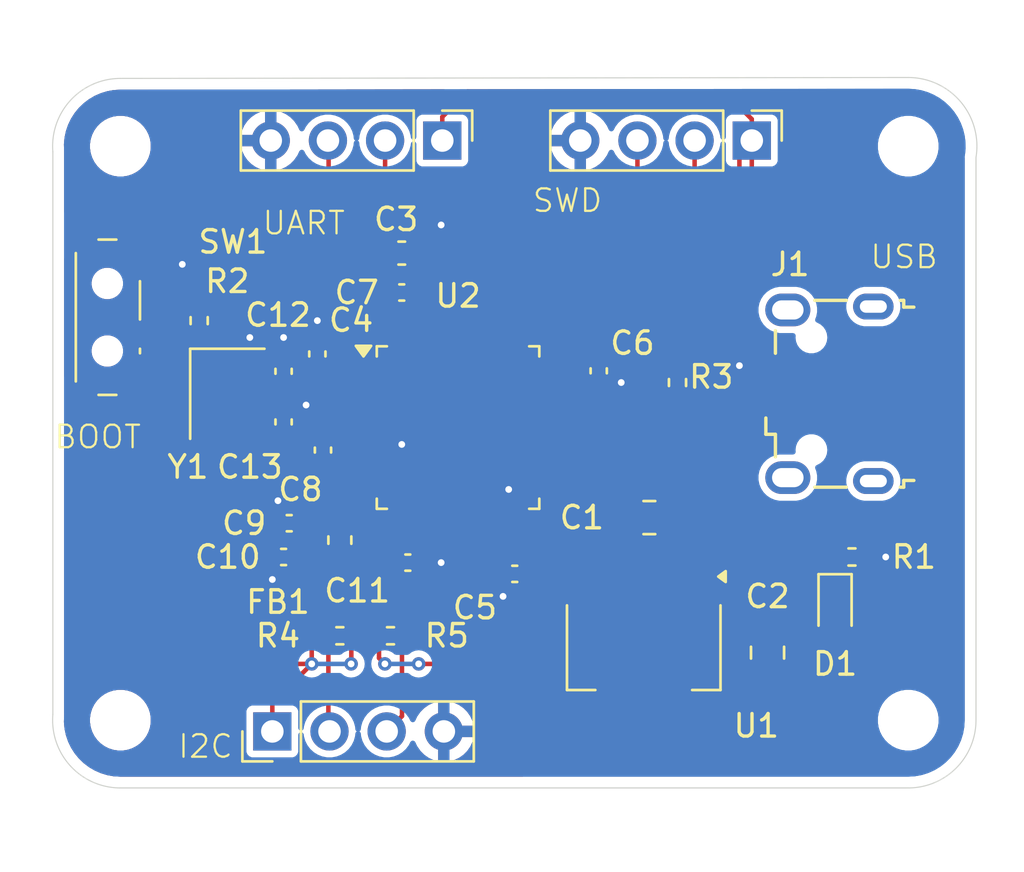
<source format=kicad_pcb>
(kicad_pcb (version 20240108) (generator "pcbnew") (generator_version "8.0")
  (layers (0 "F.Cu" signal) (31 "B.Cu" signal) (34 "B.Paste" user) (35 "F.Paste" user) (36 "B.SilkS" user "B.Silkscreen") (37 "F.SilkS" user "F.Silkscreen") (38 "B.Mask" user) (39 "F.Mask" user) (44 "Edge.Cuts" user))
  (net 0 "")
  (net 1 "GND")
  (net 2 "VBUS")
  (net 3 "+3.3V")
  (net 4 "+3.3VA")
  (net 5 "Net-(U2-NRST)")
  (net 6 "/HSE_IN")
  (net 7 "/HSE_OUT")
  (net 8 "Net-(D1-K)")
  (net 13 "/USB_D-")
  (net 15 "/USB_D+")
  (net 16 "/USART1_RX")
  (net 17 "/USART1_TX")
  (net 18 "/SWCLK")
  (net 19 "/SWDIO")
  (net 20 "/I2C2_SDA")
  (net 21 "/I2C2_SCL")
  (net 22 "Net-(U2-BOOT0)")
  (net 23 "Net-(SW1-B)")
  (footprint "Capacitor_SMD:C_0402_1005Metric" (layer "F.Cu") (at 110.75 83.73 90)
    (property "Reference" "C4" (at 1.5 1.5 0) (layer "F.SilkS"))
    (property "Value" "100n")
    (fp_line (start -0.107836 -0.36) (end 0.107836 -0.36) (stroke (width 0.12)) (layer "F.SilkS"))
    (fp_line (start -0.107836 0.36) (end 0.107836 0.36) (stroke (width 0.12)) (layer "F.SilkS"))
    (pad "1" smd roundrect (at -0.48 0 90) (size 0.56 0.62) (layers "F.Cu" "F.Paste" "F.Mask") (net 3 "+3.3V"))
    (pad "2" smd roundrect (at 0.48 0 90) (size 0.56 0.62) (layers "F.Cu" "F.Paste" "F.Mask") (net 1 "GND"))
  )
  (footprint "Capacitor_SMD:C_0603_1608Metric_Pad1.08x0.95mm_HandSolder" (layer "F.Cu") (at 114.5 79.25)
    (property "Reference" "C3" (at -0.25 -1.5 0) (layer "F.SilkS"))
    (property "Value" "10u")
    (fp_line (start -0.146267 -0.51) (end 0.146267 -0.51) (stroke (width 0.12)) (layer "F.SilkS"))
    (fp_line (start -0.146267 0.51) (end 0.146267 0.51) (stroke (width 0.12)) (layer "F.SilkS"))
    (pad "1" smd roundrect (at -0.8625 0) (size 1.075 0.95) (layers "F.Cu" "F.Paste" "F.Mask") (net 3 "+3.3V"))
    (pad "2" smd roundrect (at 0.8625 0) (size 1.075 0.95) (layers "F.Cu" "F.Paste" "F.Mask") (net 1 "GND"))
  )
  (footprint "Capacitor_SMD:C_0805_2012Metric" (layer "F.Cu") (at 125.5 91)
    (property "Reference" "C1" (at -3 0 0) (layer "F.SilkS"))
    (property "Value" "22u")
    (fp_line (start -0.261252 -0.735) (end 0.261252 -0.735) (stroke (width 0.12)) (layer "F.SilkS"))
    (fp_line (start -0.261252 0.735) (end 0.261252 0.735) (stroke (width 0.12)) (layer "F.SilkS"))
    (pad "1" smd roundrect (at -0.95 0) (size 1 1.45) (layers "F.Cu" "F.Paste" "F.Mask") (net 2 "VBUS"))
    (pad "2" smd roundrect (at 0.95 0) (size 1 1.45) (layers "F.Cu" "F.Paste" "F.Mask") (net 1 "GND"))
  )
  (footprint "Capacitor_SMD:C_0805_2012Metric" (layer "F.Cu") (at 130.75 97 90)
    (property "Reference" "C2" (at 2.5 0 0) (layer "F.SilkS"))
    (property "Value" "22u")
    (fp_line (start -0.261252 -0.735) (end 0.261252 -0.735) (stroke (width 0.12)) (layer "F.SilkS"))
    (fp_line (start -0.261252 0.735) (end 0.261252 0.735) (stroke (width 0.12)) (layer "F.SilkS"))
    (pad "1" smd roundrect (at -0.95 0 90) (size 1 1.45) (layers "F.Cu" "F.Paste" "F.Mask") (net 3 "+3.3V"))
    (pad "2" smd roundrect (at 0.95 0 90) (size 1 1.45) (layers "F.Cu" "F.Paste" "F.Mask") (net 1 "GND"))
  )
  (footprint "LED_SMD:LED_0603_1608Metric" (layer "F.Cu") (at 133.75 95 -90)
    (property "Reference" "D1" (at 2.5 0 0) (layer "F.SilkS"))
    (property "Value" "RED_LED")
    (fp_line (start -1.485 0.735) (end 0.8 0.735) (stroke (width 0.12)) (layer "F.SilkS"))
    (fp_line (start -1.485 -0.735) (end -1.485 0.735) (stroke (width 0.12)) (layer "F.SilkS"))
    (fp_line (start 0.8 -0.735) (end -1.485 -0.735) (stroke (width 0.12)) (layer "F.SilkS"))
    (pad "1" smd roundrect (at -0.7875 0 270) (size 0.875 0.95) (layers "F.Cu" "F.Paste" "F.Mask") (net 8 "Net-(D1-K)"))
    (pad "2" smd roundrect (at 0.7875 0 270) (size 0.875 0.95) (layers "F.Cu" "F.Paste" "F.Mask") (net 3 "+3.3V"))
  )
  (footprint "Capacitor_SMD:C_0402_1005Metric" (layer "F.Cu") (at 123.25 84.48 -90)
    (property "Reference" "C6" (at -1.23 -1.5 0) (layer "F.SilkS"))
    (property "Value" "100n")
    (fp_line (start -0.107836 0.36) (end 0.107836 0.36) (stroke (width 0.12)) (layer "F.SilkS"))
    (fp_line (start -0.107836 -0.36) (end 0.107836 -0.36) (stroke (width 0.12)) (layer "F.SilkS"))
    (pad "1" smd roundrect (at -0.48 0 270) (size 0.56 0.62) (layers "F.Cu" "F.Paste" "F.Mask") (net 3 "+3.3V"))
    (pad "2" smd roundrect (at 0.48 0 270) (size 0.56 0.62) (layers "F.Cu" "F.Paste" "F.Mask") (net 1 "GND"))
  )
  (footprint "Package_TO_SOT_SMD:SOT-223-3_TabPin2" (layer "F.Cu") (at 125.25 96.75 -90)
    (property "Reference" "U1" (at 3.5 -5 0) (layer "F.SilkS"))
    (property "Value" "AMS1117-3.3")
    (fp_line (start -1.85 3.41) (end 1.91 3.41) (stroke (width 0.12)) (layer "F.SilkS"))
    (fp_line (start 1.91 3.41) (end 1.91 2.15) (stroke (width 0.12)) (layer "F.SilkS"))
    (fp_line (start -1.85 -3.41) (end 1.91 -3.41) (stroke (width 0.12)) (layer "F.SilkS"))
    (fp_line (start 1.91 -3.41) (end 1.91 -2.15) (stroke (width 0.12)) (layer "F.SilkS"))
    (fp_poly (pts (xy -3.13 -3.31) (xy -3.37 -3.64) (xy -2.89 -3.64) (xy -3.13 -3.31)) (stroke (width 0.12)) (fill solid) (layer "F.SilkS"))
    (pad "1" smd roundrect (at -3.15 -2.3 270) (size 2 1.5) (layers "F.Cu" "F.Paste" "F.Mask") (net 1 "GND"))
    (pad "2" smd roundrect (at -3.15 0 270) (size 2 1.5) (layers "F.Cu" "F.Paste" "F.Mask") (net 3 "+3.3V"))
    (pad "2" smd roundrect (at 3.15 0 270) (size 2 3.8) (layers "F.Cu" "F.Paste" "F.Mask") (net 3 "+3.3V"))
    (pad "3" smd roundrect (at -3.15 2.3 270) (size 2 1.5) (layers "F.Cu" "F.Paste" "F.Mask") (net 2 "VBUS"))
  )
  (footprint "Package_QFP:LQFP-48_7x7mm_P0.5mm" (layer "F.Cu") (at 117 87)
    (property "Reference" "U2" (at 0 -5.85 0) (layer "F.SilkS"))
    (property "Value" "STM32F103C8T6")
    (fp_line (start -3.61 -3.61) (end -3.61 -3.16) (stroke (width 0.12)) (layer "F.SilkS"))
    (fp_line (start -3.61 3.61) (end -3.61 3.16) (stroke (width 0.12)) (layer "F.SilkS"))
    (fp_line (start -3.16 -3.61) (end -3.61 -3.61) (stroke (width 0.12)) (layer "F.SilkS"))
    (fp_line (start -3.16 3.61) (end -3.61 3.61) (stroke (width 0.12)) (layer "F.SilkS"))
    (fp_line (start 3.16 -3.61) (end 3.61 -3.61) (stroke (width 0.12)) (layer "F.SilkS"))
    (fp_line (start 3.16 3.61) (end 3.61 3.61) (stroke (width 0.12)) (layer "F.SilkS"))
    (fp_line (start 3.61 -3.61) (end 3.61 -3.16) (stroke (width 0.12)) (layer "F.SilkS"))
    (fp_line (start 3.61 3.61) (end 3.61 3.16) (stroke (width 0.12)) (layer "F.SilkS"))
    (fp_poly (pts (xy -4.2 -3.16) (xy -4.54 -3.63) (xy -3.86 -3.63) (xy -4.2 -3.16)) (stroke (width 0.12)) (fill solid) (layer "F.SilkS"))
    (pad "1" smd roundrect (at -4.1625 -2.75) (size 1.475 0.3) (layers "F.Cu" "F.Paste" "F.Mask") (net 3 "+3.3V"))
    (pad "2" smd roundrect (at -4.1625 -2.25) (size 1.475 0.3) (layers "F.Cu" "F.Paste" "F.Mask"))
    (pad "3" smd roundrect (at -4.1625 -1.75) (size 1.475 0.3) (layers "F.Cu" "F.Paste" "F.Mask"))
    (pad "4" smd roundrect (at -4.1625 -1.25) (size 1.475 0.3) (layers "F.Cu" "F.Paste" "F.Mask"))
    (pad "5" smd roundrect (at -4.1625 -0.75) (size 1.475 0.3) (layers "F.Cu" "F.Paste" "F.Mask") (net 6 "/HSE_IN"))
    (pad "6" smd roundrect (at -4.1625 -0.25) (size 1.475 0.3) (layers "F.Cu" "F.Paste" "F.Mask") (net 7 "/HSE_OUT"))
    (pad "7" smd roundrect (at -4.1625 0.25) (size 1.475 0.3) (layers "F.Cu" "F.Paste" "F.Mask") (net 5 "Net-(U2-NRST)"))
    (pad "8" smd roundrect (at -4.1625 0.75) (size 1.475 0.3) (layers "F.Cu" "F.Paste" "F.Mask") (net 1 "GND"))
    (pad "9" smd roundrect (at -4.1625 1.25) (size 1.475 0.3) (layers "F.Cu" "F.Paste" "F.Mask") (net 4 "+3.3VA"))
    (pad "10" smd roundrect (at -4.1625 1.75) (size 1.475 0.3) (layers "F.Cu" "F.Paste" "F.Mask"))
    (pad "11" smd roundrect (at -4.1625 2.25) (size 1.475 0.3) (layers "F.Cu" "F.Paste" "F.Mask"))
    (pad "12" smd roundrect (at -4.1625 2.75) (size 1.475 0.3) (layers "F.Cu" "F.Paste" "F.Mask"))
    (pad "13" smd roundrect (at -2.75 4.1625) (size 0.3 1.475) (layers "F.Cu" "F.Paste" "F.Mask"))
    (pad "14" smd roundrect (at -2.25 4.1625) (size 0.3 1.475) (layers "F.Cu" "F.Paste" "F.Mask"))
    (pad "15" smd roundrect (at -1.75 4.1625) (size 0.3 1.475) (layers "F.Cu" "F.Paste" "F.Mask"))
    (pad "16" smd roundrect (at -1.25 4.1625) (size 0.3 1.475) (layers "F.Cu" "F.Paste" "F.Mask"))
    (pad "17" smd roundrect (at -0.75 4.1625) (size 0.3 1.475) (layers "F.Cu" "F.Paste" "F.Mask"))
    (pad "18" smd roundrect (at -0.25 4.1625) (size 0.3 1.475) (layers "F.Cu" "F.Paste" "F.Mask"))
    (pad "19" smd roundrect (at 0.25 4.1625) (size 0.3 1.475) (layers "F.Cu" "F.Paste" "F.Mask"))
    (pad "20" smd roundrect (at 0.75 4.1625) (size 0.3 1.475) (layers "F.Cu" "F.Paste" "F.Mask"))
    (pad "21" smd roundrect (at 1.25 4.1625) (size 0.3 1.475) (layers "F.Cu" "F.Paste" "F.Mask") (net 21 "/I2C2_SCL"))
    (pad "22" smd roundrect (at 1.75 4.1625) (size 0.3 1.475) (layers "F.Cu" "F.Paste" "F.Mask") (net 20 "/I2C2_SDA"))
    (pad "23" smd roundrect (at 2.25 4.1625) (size 0.3 1.475) (layers "F.Cu" "F.Paste" "F.Mask") (net 1 "GND"))
    (pad "24" smd roundrect (at 2.75 4.1625) (size 0.3 1.475) (layers "F.Cu" "F.Paste" "F.Mask") (net 3 "+3.3V"))
    (pad "25" smd roundrect (at 4.1625 2.75) (size 1.475 0.3) (layers "F.Cu" "F.Paste" "F.Mask"))
    (pad "26" smd roundrect (at 4.1625 2.25) (size 1.475 0.3) (layers "F.Cu" "F.Paste" "F.Mask"))
    (pad "27" smd roundrect (at 4.1625 1.75) (size 1.475 0.3) (layers "F.Cu" "F.Paste" "F.Mask"))
    (pad "28" smd roundrect (at 4.1625 1.25) (size 1.475 0.3) (layers "F.Cu" "F.Paste" "F.Mask"))
    (pad "29" smd roundrect (at 4.1625 0.75) (size 1.475 0.3) (layers "F.Cu" "F.Paste" "F.Mask"))
    (pad "30" smd roundrect (at 4.1625 0.25) (size 1.475 0.3) (layers "F.Cu" "F.Paste" "F.Mask"))
    (pad "31" smd roundrect (at 4.1625 -0.25) (size 1.475 0.3) (layers "F.Cu" "F.Paste" "F.Mask"))
    (pad "32" smd roundrect (at 4.1625 -0.75) (size 1.475 0.3) (layers "F.Cu" "F.Paste" "F.Mask") (net 13 "/USB_D-"))
    (pad "33" smd roundrect (at 4.1625 -1.25) (size 1.475 0.3) (layers "F.Cu" "F.Paste" "F.Mask") (net 15 "/USB_D+"))
    (pad "34" smd roundrect (at 4.1625 -1.75) (size 1.475 0.3) (layers "F.Cu" "F.Paste" "F.Mask") (net 19 "/SWDIO"))
    (pad "35" smd roundrect (at 4.1625 -2.25) (size 1.475 0.3) (layers "F.Cu" "F.Paste" "F.Mask") (net 1 "GND"))
    (pad "36" smd roundrect (at 4.1625 -2.75) (size 1.475 0.3) (layers "F.Cu" "F.Paste" "F.Mask") (net 3 "+3.3V"))
    (pad "37" smd roundrect (at 2.75 -4.1625) (size 0.3 1.475) (layers "F.Cu" "F.Paste" "F.Mask") (net 18 "/SWCLK"))
    (pad "38" smd roundrect (at 2.25 -4.1625) (size 0.3 1.475) (layers "F.Cu" "F.Paste" "F.Mask"))
    (pad "39" smd roundrect (at 1.75 -4.1625) (size 0.3 1.475) (layers "F.Cu" "F.Paste" "F.Mask"))
    (pad "40" smd roundrect (at 1.25 -4.1625) (size 0.3 1.475) (layers "F.Cu" "F.Paste" "F.Mask"))
    (pad "41" smd roundrect (at 0.75 -4.1625) (size 0.3 1.475) (layers "F.Cu" "F.Paste" "F.Mask"))
    (pad "42" smd roundrect (at 0.25 -4.1625) (size 0.3 1.475) (layers "F.Cu" "F.Paste" "F.Mask") (net 17 "/USART1_TX"))
    (pad "43" smd roundrect (at -0.25 -4.1625) (size 0.3 1.475) (layers "F.Cu" "F.Paste" "F.Mask") (net 16 "/USART1_RX"))
    (pad "44" smd roundrect (at -0.75 -4.1625) (size 0.3 1.475) (layers "F.Cu" "F.Paste" "F.Mask") (net 22 "Net-(U2-BOOT0)"))
    (pad "45" smd roundrect (at -1.25 -4.1625) (size 0.3 1.475) (layers "F.Cu" "F.Paste" "F.Mask"))
    (pad "46" smd roundrect (at -1.75 -4.1625) (size 0.3 1.475) (layers "F.Cu" "F.Paste" "F.Mask"))
    (pad "47" smd roundrect (at -2.25 -4.1625) (size 0.3 1.475) (layers "F.Cu" "F.Paste" "F.Mask") (net 1 "GND"))
    (pad "48" smd roundrect (at -2.75 -4.1625) (size 0.3 1.475) (layers "F.Cu" "F.Paste" "F.Mask") (net 3 "+3.3V"))
  )
  (footprint "Capacitor_SMD:C_0402_1005Metric" (layer "F.Cu") (at 109.5 91.25 180)
    (property "Reference" "C9" (at 2 0 0) (layer "F.SilkS"))
    (property "Value" "1u")
    (fp_line (start -0.107836 0.36) (end 0.107836 0.36) (stroke (width 0.12)) (layer "F.SilkS"))
    (fp_line (start -0.107836 -0.36) (end 0.107836 -0.36) (stroke (width 0.12)) (layer "F.SilkS"))
    (pad "1" smd roundrect (at -0.48 0 180) (size 0.56 0.62) (layers "F.Cu" "F.Paste" "F.Mask") (net 4 "+3.3VA"))
    (pad "2" smd roundrect (at 0.48 0 180) (size 0.56 0.62) (layers "F.Cu" "F.Paste" "F.Mask") (net 1 "GND"))
  )
  (footprint "Capacitor_SMD:C_0402_1005Metric" (layer "F.Cu") (at 114.77 93)
    (property "Reference" "C11" (at -2.25 1.25 0) (layer "F.SilkS"))
    (property "Value" "100n")
    (fp_line (start -0.107836 -0.36) (end 0.107836 -0.36) (stroke (width 0.12)) (layer "F.SilkS"))
    (fp_line (start -0.107836 0.36) (end 0.107836 0.36) (stroke (width 0.12)) (layer "F.SilkS"))
    (pad "1" smd roundrect (at -0.48 0) (size 0.56 0.62) (layers "F.Cu" "F.Paste" "F.Mask") (net 5 "Net-(U2-NRST)"))
    (pad "2" smd roundrect (at 0.48 0) (size 0.56 0.62) (layers "F.Cu" "F.Paste" "F.Mask") (net 1 "GND"))
  )
  (footprint "MountingHole:MountingHole_2.2mm_M2" (layer "F.Cu") (at 137 74.5)
    (property "Reference" "H3")
    (property "Value" "MountingHole")
    (pad "" np_thru_hole circle (at 0 0) (size 2.2 2.2) (drill 2.2) (layers "F&B.Cu" "*.Mask"))
  )
  (footprint "Resistor_SMD:R_0402_1005Metric" (layer "F.Cu") (at 126.75 85 -90)
    (property "Reference" "R3" (at -0.25 -1.5 0) (layer "F.SilkS"))
    (property "Value" "1K5")
    (fp_line (start -0.153641 0.38) (end 0.153641 0.38) (stroke (width 0.12)) (layer "F.SilkS"))
    (fp_line (start -0.153641 -0.38) (end 0.153641 -0.38) (stroke (width 0.12)) (layer "F.SilkS"))
    (pad "1" smd roundrect (at -0.51 0 270) (size 0.54 0.64) (layers "F.Cu" "F.Paste" "F.Mask") (net 3 "+3.3V"))
    (pad "2" smd roundrect (at 0.51 0 270) (size 0.54 0.64) (layers "F.Cu" "F.Paste" "F.Mask") (net 15 "/USB_D+"))
  )
  (footprint "Capacitor_SMD:C_0402_1005Metric" (layer "F.Cu") (at 114.5 81)
    (property "Reference" "C7" (at -2 0 0) (layer "F.SilkS"))
    (property "Value" "100n")
    (fp_line (start -0.107836 -0.36) (end 0.107836 -0.36) (stroke (width 0.12)) (layer "F.SilkS"))
    (fp_line (start -0.107836 0.36) (end 0.107836 0.36) (stroke (width 0.12)) (layer "F.SilkS"))
    (pad "1" smd roundrect (at -0.48 0) (size 0.56 0.62) (layers "F.Cu" "F.Paste" "F.Mask") (net 3 "+3.3V"))
    (pad "2" smd roundrect (at 0.48 0) (size 0.56 0.62) (layers "F.Cu" "F.Paste" "F.Mask") (net 1 "GND"))
  )
  (footprint "Capacitor_SMD:C_0402_1005Metric" (layer "F.Cu") (at 111 88 90)
    (property "Reference" "C8" (at -1.75 -1 0) (layer "F.SilkS"))
    (property "Value" "10u")
    (fp_line (start -0.107836 -0.36) (end 0.107836 -0.36) (stroke (width 0.12)) (layer "F.SilkS"))
    (fp_line (start -0.107836 0.36) (end 0.107836 0.36) (stroke (width 0.12)) (layer "F.SilkS"))
    (pad "1" smd roundrect (at -0.48 0 90) (size 0.56 0.62) (layers "F.Cu" "F.Paste" "F.Mask") (net 4 "+3.3VA"))
    (pad "2" smd roundrect (at 0.48 0 90) (size 0.56 0.62) (layers "F.Cu" "F.Paste" "F.Mask") (net 1 "GND"))
  )
  (footprint "Button_Switch_SMD:SW_SPDT_PCM12" (layer "F.Cu") (at 101.75 82.1 -90)
    (property "Reference" "SW1" (at -3.35 -5.25 0) (layer "F.SilkS"))
    (property "Value" "SW_SPDT")
    (fp_line (start -2.85 1.73) (end 2.85 1.73) (stroke (width 0.12)) (layer "F.SilkS"))
    (fp_line (start 3.45 0.72) (end 3.45 -0.07) (stroke (width 0.12)) (layer "F.SilkS"))
    (fp_line (start -3.45 -0.07) (end -3.45 0.72) (stroke (width 0.12)) (layer "F.SilkS"))
    (fp_line (start -1.6 -1.12) (end 0.1 -1.12) (stroke (width 0.12)) (layer "F.SilkS"))
    (fp_line (start 1.4 -1.12) (end 1.6 -1.12) (stroke (width 0.12)) (layer "F.SilkS"))
    (pad "" smd rect (at -3.65 -0.78 270) (size 1 0.8) (layers "F.Cu" "F.Paste" "F.Mask"))
    (pad "" smd rect (at -3.65 1.43 270) (size 1 0.8) (layers "F.Cu" "F.Paste" "F.Mask"))
    (pad "" np_thru_hole circle (at -1.5 0.33 270) (size 0.9 0.9) (drill 0.9) (layers "F&B.Cu" "*.Mask"))
    (pad "" np_thru_hole circle (at 1.5 0.33 270) (size 0.9 0.9) (drill 0.9) (layers "F&B.Cu" "*.Mask"))
    (pad "" smd rect (at 3.65 -0.78 270) (size 1 0.8) (layers "F.Cu" "F.Paste" "F.Mask"))
    (pad "" smd rect (at 3.65 1.43 270) (size 1 0.8) (layers "F.Cu" "F.Paste" "F.Mask"))
    (pad "1" smd rect (at -2.25 -1.43 270) (size 0.7 1.5) (layers "F.Cu" "F.Paste" "F.Mask") (net 1 "GND"))
    (pad "2" smd rect (at 0.75 -1.43 270) (size 0.7 1.5) (layers "F.Cu" "F.Paste" "F.Mask") (net 23 "Net-(SW1-B)"))
    (pad "3" smd rect (at 2.25 -1.43 270) (size 0.7 1.5) (layers "F.Cu" "F.Paste" "F.Mask") (net 3 "+3.3V"))
  )
  (footprint "Capacitor_SMD:C_0402_1005Metric" (layer "F.Cu") (at 119.52 93.5 180)
    (property "Reference" "C5" (at 1.77 -1.5 0) (layer "F.SilkS"))
    (property "Value" "100n")
    (fp_line (start -0.107836 0.36) (end 0.107836 0.36) (stroke (width 0.12)) (layer "F.SilkS"))
    (fp_line (start -0.107836 -0.36) (end 0.107836 -0.36) (stroke (width 0.12)) (layer "F.SilkS"))
    (pad "1" smd roundrect (at -0.48 0 180) (size 0.56 0.62) (layers "F.Cu" "F.Paste" "F.Mask") (net 3 "+3.3V"))
    (pad "2" smd roundrect (at 0.48 0 180) (size 0.56 0.62) (layers "F.Cu" "F.Paste" "F.Mask") (net 1 "GND"))
  )
  (footprint "Connector_PinHeader_2.54mm:PinHeader_1x04_P2.54mm_Vertical" (layer "F.Cu") (at 130.05 74.25 -90)
    (property "Reference" "J3")
    (property "Value" "Conn_01x04_Pin")
    (fp_line (start -1.33 8.95) (end 1.33 8.95) (stroke (width 0.12)) (layer "F.SilkS"))
    (fp_line (start -1.33 1.27) (end -1.33 8.95) (stroke (width 0.12)) (layer "F.SilkS"))
    (fp_line (start -1.33 1.27) (end 1.33 1.27) (stroke (width 0.12)) (layer "F.SilkS"))
    (fp_line (start 1.33 1.27) (end 1.33 8.95) (stroke (width 0.12)) (layer "F.SilkS"))
    (fp_line (start -1.33 0) (end -1.33 -1.33) (stroke (width 0.12)) (layer "F.SilkS"))
    (fp_line (start -1.33 -1.33) (end 0 -1.33) (stroke (width 0.12)) (layer "F.SilkS"))
    (pad "1" thru_hole rect (at 0 0 270) (size 1.7 1.7) (drill 1) (layers "*.Cu" "*.Mask") (net 3 "+3.3V"))
    (pad "2" thru_hole oval (at 0 2.54 270) (size 1.7 1.7) (drill 1) (layers "*.Cu" "*.Mask") (net 19 "/SWDIO"))
    (pad "3" thru_hole oval (at 0 5.08 270) (size 1.7 1.7) (drill 1) (layers "*.Cu" "*.Mask") (net 18 "/SWCLK"))
    (pad "4" thru_hole oval (at 0 7.62 270) (size 1.7 1.7) (drill 1) (layers "*.Cu" "*.Mask") (net 1 "GND"))
  )
  (footprint "Capacitor_SMD:C_0402_1005Metric" (layer "F.Cu") (at 109.25 84.5 90)
    (property "Reference" "C12" (at 2.5 -0.25 0) (layer "F.SilkS"))
    (property "Value" "10p")
    (fp_line (start -0.107836 -0.36) (end 0.107836 -0.36) (stroke (width 0.12)) (layer "F.SilkS"))
    (fp_line (start -0.107836 0.36) (end 0.107836 0.36) (stroke (width 0.12)) (layer "F.SilkS"))
    (pad "1" smd roundrect (at -0.48 0 90) (size 0.56 0.62) (layers "F.Cu" "F.Paste" "F.Mask") (net 6 "/HSE_IN"))
    (pad "2" smd roundrect (at 0.48 0 90) (size 0.56 0.62) (layers "F.Cu" "F.Paste" "F.Mask") (net 1 "GND"))
  )
  (footprint "Capacitor_SMD:C_0402_1005Metric" (layer "F.Cu") (at 109.25 86.75 90)
    (property "Reference" "C13" (at -2 -1.5 0) (layer "F.SilkS"))
    (property "Value" "10p")
    (fp_line (start -0.107836 -0.36) (end 0.107836 -0.36) (stroke (width 0.12)) (layer "F.SilkS"))
    (fp_line (start -0.107836 0.36) (end 0.107836 0.36) (stroke (width 0.12)) (layer "F.SilkS"))
    (pad "1" smd roundrect (at -0.48 0 90) (size 0.56 0.62) (layers "F.Cu" "F.Paste" "F.Mask") (net 7 "/HSE_OUT"))
    (pad "2" smd roundrect (at 0.48 0 90) (size 0.56 0.62) (layers "F.Cu" "F.Paste" "F.Mask") (net 1 "GND"))
  )
  (footprint "Resistor_SMD:R_0402_1005Metric" (layer "F.Cu") (at 134.5 92.75)
    (property "Reference" "R1" (at 2.75 0 0) (layer "F.SilkS"))
    (property "Value" "1K5")
    (fp_line (start -0.153641 -0.38) (end 0.153641 -0.38) (stroke (width 0.12)) (layer "F.SilkS"))
    (fp_line (start -0.153641 0.38) (end 0.153641 0.38) (stroke (width 0.12)) (layer "F.SilkS"))
    (pad "1" smd roundrect (at -0.51 0) (size 0.54 0.64) (layers "F.Cu" "F.Paste" "F.Mask") (net 8 "Net-(D1-K)"))
    (pad "2" smd roundrect (at 0.51 0) (size 0.54 0.64) (layers "F.Cu" "F.Paste" "F.Mask") (net 1 "GND"))
  )
  (footprint "Resistor_SMD:R_0402_1005Metric" (layer "F.Cu") (at 111.75 96.25 180)
    (property "Reference" "R4" (at 2.75 0 0) (layer "F.SilkS"))
    (property "Value" "1K5")
    (fp_line (start -0.153641 0.38) (end 0.153641 0.38) (stroke (width 0.12)) (layer "F.SilkS"))
    (fp_line (start -0.153641 -0.38) (end 0.153641 -0.38) (stroke (width 0.12)) (layer "F.SilkS"))
    (pad "1" smd roundrect (at -0.51 0 180) (size 0.54 0.64) (layers "F.Cu" "F.Paste" "F.Mask") (net 3 "+3.3V"))
    (pad "2" smd roundrect (at 0.51 0 180) (size 0.54 0.64) (layers "F.Cu" "F.Paste" "F.Mask") (net 21 "/I2C2_SCL"))
  )
  (footprint "Resistor_SMD:R_0402_1005Metric" (layer "F.Cu") (at 105.5 82.25 90)
    (property "Reference" "R2" (at 1.75 1.25 0) (layer "F.SilkS"))
    (property "Value" "10K")
    (fp_line (start -0.153641 -0.38) (end 0.153641 -0.38) (stroke (width 0.12)) (layer "F.SilkS"))
    (fp_line (start -0.153641 0.38) (end 0.153641 0.38) (stroke (width 0.12)) (layer "F.SilkS"))
    (pad "1" smd roundrect (at -0.51 0 90) (size 0.54 0.64) (layers "F.Cu" "F.Paste" "F.Mask") (net 23 "Net-(SW1-B)"))
    (pad "2" smd roundrect (at 0.51 0 90) (size 0.54 0.64) (layers "F.Cu" "F.Paste" "F.Mask") (net 22 "Net-(U2-BOOT0)"))
  )
  (footprint "MountingHole:MountingHole_2.2mm_M2" (layer "F.Cu") (at 102 74.5)
    (property "Reference" "H4")
    (property "Value" "MountingHole")
    (pad "" np_thru_hole circle (at 0 0) (size 2.2 2.2) (drill 2.2) (layers "*.Cu" "*.Mask"))
  )
  (footprint "Inductor_SMD:L_0603_1608Metric" (layer "F.Cu") (at 111.75 92 -90)
    (property "Reference" "FB1" (at 2.75 2.75 0) (layer "F.SilkS"))
    (property "Value" "120R")
    (fp_line (start -0.162779 0.51) (end 0.162779 0.51) (stroke (width 0.12)) (layer "F.SilkS"))
    (fp_line (start -0.162779 -0.51) (end 0.162779 -0.51) (stroke (width 0.12)) (layer "F.SilkS"))
    (pad "1" smd roundrect (at -0.7875 0 270) (size 0.875 0.95) (layers "F.Cu" "F.Paste" "F.Mask") (net 4 "+3.3VA"))
    (pad "2" smd roundrect (at 0.7875 0 270) (size 0.875 0.95) (layers "F.Cu" "F.Paste" "F.Mask") (net 3 "+3.3V"))
  )
  (footprint "Resistor_SMD:R_0402_1005Metric" (layer "F.Cu") (at 114 96.25)
    (property "Reference" "R5" (at 2.5 0 0) (layer "F.SilkS"))
    (property "Value" "1K5")
    (fp_line (start -0.153641 -0.38) (end 0.153641 -0.38) (stroke (width 0.12)) (layer "F.SilkS"))
    (fp_line (start -0.153641 0.38) (end 0.153641 0.38) (stroke (width 0.12)) (layer "F.SilkS"))
    (pad "1" smd roundrect (at -0.51 0) (size 0.54 0.64) (layers "F.Cu" "F.Paste" "F.Mask") (net 3 "+3.3V"))
    (pad "2" smd roundrect (at 0.51 0) (size 0.54 0.64) (layers "F.Cu" "F.Paste" "F.Mask") (net 20 "/I2C2_SDA"))
  )
  (footprint "Crystal:Crystal_SMD_3225-4Pin_3.2x2.5mm" (layer "F.Cu") (at 106.75 85.5 -90)
    (property "Reference" "Y1" (at 3.25 1.75 0) (layer "F.SilkS"))
    (property "Value" "16MHz")
    (fp_line (start -2 1.65) (end 2 1.65) (stroke (width 0.12)) (layer "F.SilkS"))
    (fp_line (start -2 -1.65) (end -2 1.65) (stroke (width 0.12)) (layer "F.SilkS"))
    (pad "1" smd rect (at -1.1 0.85 270) (size 1.4 1.2) (layers "F.Cu" "F.Paste" "F.Mask") (net 6 "/HSE_IN"))
    (pad "2" smd rect (at 1.1 0.85 270) (size 1.4 1.2) (layers "F.Cu" "F.Paste" "F.Mask") (net 1 "GND"))
    (pad "3" smd rect (at 1.1 -0.85 270) (size 1.4 1.2) (layers "F.Cu" "F.Paste" "F.Mask") (net 7 "/HSE_OUT"))
    (pad "4" smd rect (at -1.1 -0.85 270) (size 1.4 1.2) (layers "F.Cu" "F.Paste" "F.Mask") (net 1 "GND"))
  )
  (footprint "MountingHole:MountingHole_2.2mm_M2" (layer "F.Cu") (at 102 100)
    (property "Reference" "H1")
    (property "Value" "MountingHole")
    (pad "" np_thru_hole circle (at 0 0) (size 2.2 2.2) (drill 2.2) (layers "*.Cu" "*.Mask"))
  )
  (footprint "Connector_USB:USB_Micro-B_Wuerth_629105150521" (layer "F.Cu") (at 133.5 85.5 90)
    (property "Reference" "J1" (at 5.75 -1.75 0) (layer "F.SilkS"))
    (property "Value" "USB_B_Micro")
    (fp_line (start -1.075 -2.825) (end -1.8 -2.825) (stroke (width 0.15)) (layer "F.SilkS"))
    (fp_line (start -1.8 -2.825) (end -1.8 -2.4) (stroke (width 0.15)) (layer "F.SilkS"))
    (fp_line (start 1.8 -2.4) (end 2.8 -2.4) (stroke (width 0.15)) (layer "F.SilkS"))
    (fp_line (start -1.8 -2.4) (end -2.8 -2.4) (stroke (width 0.15)) (layer "F.SilkS"))
    (fp_line (start -4.15 -0.65) (end -4.15 0.75) (stroke (width 0.15)) (layer "F.SilkS"))
    (fp_line (start 4.15 0.75) (end 4.15 -0.65) (stroke (width 0.15)) (layer "F.SilkS"))
    (fp_line (start -4.15 3.15) (end -4.15 3.3) (stroke (width 0.15)) (layer "F.SilkS"))
    (fp_line (start 4.15 3.3) (end 4.15 3.15) (stroke (width 0.15)) (layer "F.SilkS"))
    (fp_line (start 3.85 3.3) (end 4.15 3.3) (stroke (width 0.15)) (layer "F.SilkS"))
    (fp_line (start -3.85 3.3) (end -3.85 3.75) (stroke (width 0.15)) (layer "F.SilkS"))
    (fp_line (start -4.15 3.3) (end -3.85 3.3) (stroke (width 0.15)) (layer "F.SilkS"))
    (fp_line (start 3.85 3.75) (end 3.85 3.3) (stroke (width 0.15)) (layer "F.SilkS"))
    (pad "" np_thru_hole oval (at -2.5 -0.8 90) (size 0.8 0.8) (drill 0.8) (layers "*.Cu" "*.Mask"))
    (pad "" np_thru_hole oval (at 2.5 -0.8 90) (size 0.8 0.8) (drill 0.8) (layers "*.Cu" "*.Mask"))
    (pad "1" smd rect (at -1.3 -1.9 90) (size 0.45 1.3) (layers "F.Cu" "F.Paste" "F.Mask") (net 2 "VBUS"))
    (pad "2" smd rect (at -0.65 -1.9 90) (size 0.45 1.3) (layers "F.Cu" "F.Paste" "F.Mask") (net 13 "/USB_D-"))
    (pad "3" smd rect (at 0 -1.9 90) (size 0.45 1.3) (layers "F.Cu" "F.Paste" "F.Mask") (net 15 "/USB_D+"))
    (pad "4" smd rect (at 0.65 -1.9 90) (size 0.45 1.3) (layers "F.Cu" "F.Paste" "F.Mask"))
    (pad "5" smd rect (at 1.3 -1.9 90) (size 0.45 1.3) (layers "F.Cu" "F.Paste" "F.Mask") (net 1 "GND"))
    (pad "6" thru_hole oval (at -3.875 1.95 90) (size 1.15 1.8) (drill oval 0.55 1.2) (layers "*.Cu" "*.Mask"))
    (pad "6" thru_hole oval (at -3.725 -1.85 90) (size 1.45 2) (drill oval 0.85 1.4) (layers "*.Cu" "*.Mask"))
    (pad "6" thru_hole oval (at 3.725 -1.85 90) (size 1.45 2) (drill oval 0.85 1.4) (layers "*.Cu" "*.Mask"))
    (pad "6" thru_hole oval (at 3.875 1.95 90) (size 1.15 1.8) (drill oval 0.55 1.2) (layers "*.Cu" "*.Mask"))
  )
  (footprint "Capacitor_SMD:C_0402_1005Metric" (layer "F.Cu") (at 109.25 92.75 180)
    (property "Reference" "C10" (at 2.48 0 0) (layer "F.SilkS"))
    (property "Value" "1u")
    (fp_line (start -0.107836 0.36) (end 0.107836 0.36) (stroke (width 0.12)) (layer "F.SilkS"))
    (fp_line (start -0.107836 -0.36) (end 0.107836 -0.36) (stroke (width 0.12)) (layer "F.SilkS"))
    (pad "1" smd roundrect (at -0.48 0 180) (size 0.56 0.62) (layers "F.Cu" "F.Paste" "F.Mask") (net 3 "+3.3V"))
    (pad "2" smd roundrect (at 0.48 0 180) (size 0.56 0.62) (layers "F.Cu" "F.Paste" "F.Mask") (net 1 "GND"))
  )
  (footprint "MountingHole:MountingHole_2.2mm_M2" (layer "F.Cu") (at 137 100)
    (property "Reference" "H2")
    (property "Value" "MountingHole")
    (pad "" np_thru_hole circle (at 0 0) (size 2.2 2.2) (drill 2.2) (layers "F&B.Cu" "*.Mask"))
  )
  (footprint "Connector_PinHeader_2.54mm:PinHeader_1x04_P2.54mm_Vertical" (layer "F.Cu") (at 108.75 100.5 90)
    (property "Reference" "J4")
    (property "Value" "Conn_01x04_Pin")
    (fp_line (start -1.33 -1.33) (end 0 -1.33) (stroke (width 0.12)) (layer "F.SilkS"))
    (fp_line (start -1.33 0) (end -1.33 -1.33) (stroke (width 0.12)) (layer "F.SilkS"))
    (fp_line (start 1.33 1.27) (end 1.33 8.95) (stroke (width 0.12)) (layer "F.SilkS"))
    (fp_line (start -1.33 1.27) (end 1.33 1.27) (stroke (width 0.12)) (layer "F.SilkS"))
    (fp_line (start -1.33 1.27) (end -1.33 8.95) (stroke (width 0.12)) (layer "F.SilkS"))
    (fp_line (start -1.33 8.95) (end 1.33 8.95) (stroke (width 0.12)) (layer "F.SilkS"))
    (pad "1" thru_hole rect (at 0 0 90) (size 1.7 1.7) (drill 1) (layers "*.Cu" "*.Mask") (net 3 "+3.3V"))
    (pad "2" thru_hole oval (at 0 2.54 90) (size 1.7 1.7) (drill 1) (layers "*.Cu" "*.Mask") (net 21 "/I2C2_SCL"))
    (pad "3" thru_hole oval (at 0 5.08 90) (size 1.7 1.7) (drill 1) (layers "*.Cu" "*.Mask") (net 20 "/I2C2_SDA"))
    (pad "4" thru_hole oval (at 0 7.62 90) (size 1.7 1.7) (drill 1) (layers "*.Cu" "*.Mask") (net 1 "GND"))
  )
  (footprint "Connector_PinHeader_2.54mm:PinHeader_1x04_P2.54mm_Vertical" (layer "F.Cu") (at 116.3 74.25 -90)
    (property "Reference" "J2")
    (property "Value" "Conn_01x04_Pin")
    (fp_line (start -1.33 8.95) (end 1.33 8.95) (stroke (width 0.12)) (layer "F.SilkS"))
    (fp_line (start -1.33 1.27) (end -1.33 8.95) (stroke (width 0.12)) (layer "F.SilkS"))
    (fp_line (start -1.33 1.27) (end 1.33 1.27) (stroke (width 0.12)) (layer "F.SilkS"))
    (fp_line (start 1.33 1.27) (end 1.33 8.95) (stroke (width 0.12)) (layer "F.SilkS"))
    (fp_line (start -1.33 0) (end -1.33 -1.33) (stroke (width 0.12)) (layer "F.SilkS"))
    (fp_line (start -1.33 -1.33) (end 0 -1.33) (stroke (width 0.12)) (layer "F.SilkS"))
    (pad "1" thru_hole rect (at 0 0 270) (size 1.7 1.7) (drill 1) (layers "*.Cu" "*.Mask") (net 3 "+3.3V"))
    (pad "2" thru_hole oval (at 0 2.54 270) (size 1.7 1.7) (drill 1) (layers "*.Cu" "*.Mask") (net 17 "/USART1_TX"))
    (pad "3" thru_hole oval (at 0 5.08 270) (size 1.7 1.7) (drill 1) (layers "*.Cu" "*.Mask") (net 16 "/USART1_RX"))
    (pad "4" thru_hole oval (at 0 7.62 270) (size 1.7 1.7) (drill 1) (layers "*.Cu" "*.Mask") (net 1 "GND"))
  )
  (gr_arc (start 140.010398 100) (mid 139.128673 102.128673) (end 137 103.010398) (stroke (width 0.05)) (layer "Edge.Cuts"))
  (gr_line (start 102 103.010398) (end 137 103.010398) (stroke (width 0.05)) (layer "Edge.Cuts"))
  (gr_arc (start 99.000001 74.75) (mid 99.784702 72.461631) (end 102 71.489602) (stroke (width 0.05)) (layer "Edge.Cuts"))
  (gr_line (start 102 71.489602) (end 137 71.448362) (stroke (width 0.05)) (layer "Edge.Cuts"))
  (gr_line (start 140.010398 100) (end 140.010398 75) (stroke (width 0.05)) (layer "Edge.Cuts"))
  (gr_line (start 99 74.75) (end 99 99.75) (stroke (width 0.05)) (layer "Edge.Cuts"))
  (gr_arc (start 102 103.010398) (mid 99.784701 102.038369) (end 99.000001 99.75) (stroke (width 0.05)) (layer "Edge.Cuts"))
  (gr_arc (start 137 71.448362) (mid 139.327908 72.526846) (end 140.010398 75) (stroke (width 0.05)) (layer "Edge.Cuts"))
  (gr_text "UART" (at 108.25 78.5 0) (layer "F.SilkS") (effects (font (size 1 1) (thickness 0.1)) (justify left bottom)))
  (gr_text "BOOT" (at 99 88 0) (layer "F.SilkS") (effects (font (size 1 1) (thickness 0.1)) (justify left bottom)))
  (gr_text "USB" (at 135.25 80 0) (layer "F.SilkS") (effects (font (size 1 1) (thickness 0.1)) (justify left bottom)))
  (gr_text "I2C" (at 104.5 101.75 0) (layer "F.SilkS") (effects (font (size 1 1) (thickness 0.1)) (justify left bottom)))
  (gr_text "SWD" (at 120.25 77.5 0) (layer "F.SilkS") (effects (font (size 1 1) (thickness 0.1)) (justify left bottom)))
  (segment (start 111.73 87.52) (end 111.96 87.75) (width 0.2) (layer "F.Cu") (net 1))
  (segment (start 109.02 91.25) (end 109.02 90.27) (width 0.2) (layer "F.Cu") (net 1))
  (segment (start 111 87.52) (end 109 89.52) (width 0.2) (layer "F.Cu") (net 1))
  (segment (start 135.01 92.75) (end 136 92.75) (width 0.2) (layer "F.Cu") (net 1))
  (segment (start 127.55 93.6) (end 127.55 94.3) (width 0.2) (layer "F.Cu") (net 1))
  (segment (start 131.95 96.05) (end 132.25 95.75) (width 0.2) (layer "F.Cu") (net 1))
  (segment (start 119.25 91.1625) (end 119.25 89.75) (width 0.2) (layer "F.Cu") (net 1))
  (segment (start 131.6 84.2) (end 129.55 84.2) (width 0.2) (layer "F.Cu") (net 1))
  (segment (start 111.73 87.52) (end 111 87.52) (width 0.2) (layer "F.Cu") (net 1))
  (segment (start 119.25 92.5) (end 119.04 92.71) (width 0.2) (layer "F.Cu") (net 1))
  (segment (start 115.3625 78.8875) (end 116.25 78) (width 0.2) (layer "F.Cu") (net 1))
  (segment (start 119.04 93.5) (end 119.04 94.46) (width 0.2) (layer "F.Cu") (net 1))
  (segment (start 109 89.52) (end 109 90.25) (width 0.2) (layer "F.Cu") (net 1))
  (segment (start 121.1625 84.75) (end 122.25 84.75) (width 0.2) (layer "F.Cu") (net 1))
  (segment (start 108.77 92.75) (end 108.77 93.73) (width 0.2) (layer "F.Cu") (net 1))
  (segment (start 129.3 96.05) (end 130.75 96.05) (width 0.2) (layer "F.Cu") (net 1))
  (segment (start 129.5 84.25) (end 129.55 84.2) (width 0.2) (layer "F.Cu") (net 1))
  (segment (start 122.46 84.96) (end 122.25 84.75) (width 0.2) (layer "F.Cu") (net 1))
  (segment (start 114.75 81.75) (end 114.75 82.8375) (width 0.2) (layer "F.Cu") (net 1))
  (segment (start 132.75 91.75) (end 134.75 91.75) (width 0.2) (layer "F.Cu") (net 1))
  (segment (start 127.55 94.3) (end 129.3 96.05) (width 0.2) (layer "F.Cu") (net 1))
  (segment (start 109.02 91.25) (end 109.02 92.5) (width 0.2) (layer "F.Cu") (net 1))
  (segment (start 119.3 91.1625) (end 119.3 90.75) (width 0.2) (layer "F.Cu") (net 1))
  (segment (start 134.75 91.75) (end 135.01 92.01) (width 0.2) (layer "F.Cu") (net 1))
  (segment (start 107.6 83.15) (end 107.75 83) (width 0.2) (layer "F.Cu") (net 1))
  (segment (start 109 90.25) (end 109.02 90.27) (width 0.2) (layer "F.Cu") (net 1))
  (segment (start 119.25 91.1625) (end 119.25 92.5) (width 0.2) (layer "F.Cu") (net 1))
  (segment (start 112.8375 87.75) (end 114.5 87.75) (width 0.2) (layer "F.Cu") (net 1))
  (segment (start 103.18 79.85) (end 104.65 79.85) (width 0.2) (layer "F.Cu") (net 1))
  (segment (start 111.75 87.5) (end 111.73 87.52) (width 0.2) (layer "F.Cu") (net 1))
  (segment (start 132.25 95.75) (end 132.25 92.25) (width 0.2) (layer "F.Cu") (net 1))
  (segment (start 115.3625 80.6175) (end 114.98 81) (width 0.2) (layer "F.Cu") (net 1))
  (segment (start 115.25 93) (end 116.25 93) (width 0.2) (layer "F.Cu") (net 1))
  (segment (start 135.01 92.01) (end 135.01 92.75) (width 0.2) (layer "F.Cu") (net 1))
  (segment (start 123.25 84.96) (end 124.21 84.96) (width 0.2) (layer "F.Cu") (net 1))
  (segment (start 109.25 84.02) (end 109.25 83) (width 0.2) (layer "F.Cu") (net 1))
  (segment (start 119.25 91.1625) (end 119.3 91.1625) (width 0.2) (layer "F.Cu") (net 1))
  (segment (start 127.55 91.3) (end 127.25 91) (width 0.2) (layer "F.Cu") (net 1))
  (segment (start 114.98 81.52) (end 114.75 81.75) (width 0.2) (layer "F.Cu") (net 1))
  (segment (start 108.75 93.75) (end 108.77 93.73) (width 0.2) (layer "F.Cu") (net 1))
  (segment (start 109.98 86.27) (end 110.25 86) (width 0.2) (layer "F.Cu") (net 1))
  (segment (start 123.25 84.96) (end 122.46 84.96) (width 0.2) (layer "F.Cu") (net 1))
  (segment (start 109.25 86.27) (end 109.98 86.27) (width 0.2) (layer "F.Cu") (net 1))
  (segment (start 124.21 84.96) (end 124.25 85) (width 0.2) (layer "F.Cu") (net 1))
  (segment (start 104.75 79.75) (end 104.65 79.85) (width 0.2) (layer "F.Cu") (net 1))
  (segment (start 114.98 81) (end 114.98 81.52) (width 0.2) (layer "F.Cu") (net 1))
  (segment (start 112 87.75) (end 111.75 87.5) (width 0.2) (layer "F.Cu") (net 1))
  (segment (start 110.75 83.25) (end 110.75 82.25) (width 0.2) (layer "F.Cu") (net 1))
  (segment (start 127.55 93.6) (end 127.55 91.3) (width 0.2) (layer "F.Cu") (net 1))
  (segment (start 119.04 94.46) (end 119 94.5) (width 0.2) (layer "F.Cu") (net 1))
  (segment (start 126.45 91) (end 127.25 91) (width 0.2) (layer "F.Cu") (net 1))
  (segment (start 130.75 96.05) (end 131.95 96.05) (width 0.2) (layer "F.Cu") (net 1))
  (segment (start 132.25 92.25) (end 132.75 91.75) (width 0.2) (layer "F.Cu") (net 1))
  (segment (start 107.6 84.4) (end 107.6 83.15) (width 0.2) (layer "F.Cu") (net 1))
  (segment (start 111.96 87.75) (end 112.8375 87.75) (width 0.2) (layer "F.Cu") (net 1))
  (segment (start 119.04 92.71) (end 119.04 93.5) (width 0.2) (layer "F.Cu") (net 1))
  (segment (start 109.02 92.5) (end 108.77 92.75) (width 0.2) (layer "F.Cu") (net 1))
  (segment (start 115.3625 79.25) (end 115.3625 78.8875) (width 0.2) (layer "F.Cu") (net 1))
  (segment (start 115.3625 79.25) (end 115.3625 80.6175) (width 0.2) (layer "F.Cu") (net 1))
  (via (at 114.5 87.75) (size 0.6) (drill 0.3) (layers "F.Cu" "B.Cu") (net 1))
  (via (at 124.25 85) (size 0.6) (drill 0.3) (layers "F.Cu" "B.Cu") (net 1))
  (via (at 129.5 84.25) (size 0.6) (drill 0.3) (layers "F.Cu" "B.Cu") (net 1))
  (via (at 136 92.75) (size 0.6) (drill 0.3) (layers "F.Cu" "B.Cu") (net 1))
  (via (at 107.75 83) (size 0.6) (drill 0.3) (layers "F.Cu" "B.Cu") (net 1))
  (via (at 110.75 82.25) (size 0.6) (drill 0.3) (layers "F.Cu" "B.Cu") (net 1))
  (via (at 119 94.5) (size 0.6) (drill 0.3) (layers "F.Cu" "B.Cu") (net 1))
  (via (at 104.75 79.75) (size 0.6) (drill 0.3) (layers "F.Cu" "B.Cu") (net 1))
  (via (at 109 90.25) (size 0.6) (drill 0.3) (layers "F.Cu" "B.Cu") (net 1))
  (via (at 119.25 89.75) (size 0.6) (drill 0.3) (layers "F.Cu" "B.Cu") (net 1))
  (via (at 108.75 93.75) (size 0.6) (drill 0.3) (layers "F.Cu" "B.Cu") (net 1))
  (via (at 116.25 78) (size 0.6) (drill 0.3) (layers "F.Cu" "B.Cu") (net 1))
  (via (at 116.25 93) (size 0.6) (drill 0.3) (layers "F.Cu" "B.Cu") (net 1))
  (via (at 110.25 86) (size 0.6) (drill 0.3) (layers "F.Cu" "B.Cu") (net 1))
  (via (at 109.25 83) (size 0.6) (drill 0.3) (layers "F.Cu" "B.Cu") (net 1))
  (segment (start 110.75 82.5) (end 110.75 82.25) (width 0.2) (layer "B.Cu") (net 1))
  (segment (start 128.75 86.8) (end 131.6 86.8) (width 0.2) (layer "F.Cu") (net 2))
  (segment (start 122.95 93.6) (end 122.95 92.6) (width 0.2) (layer "F.Cu") (net 2))
  (segment (start 122.95 92.6) (end 124.55 91) (width 0.2) (layer "F.Cu") (net 2))
  (segment (start 124.55 91) (end 128.75 86.8) (width 0.2) (layer "F.Cu") (net 2))
  (segment (start 120 93) (end 119.75 92.75) (width 0.2) (layer "F.Cu") (net 3))
  (segment (start 120.5 102) (end 120 101.5) (width 0.2) (layer "F.Cu") (net 3))
  (segment (start 111.7125 92.75) (end 111.75 92.7875) (width 0.2) (layer "F.Cu") (net 3))
  (segment (start 130.05 76.05) (end 134 80) (width 0.2) (layer "F.Cu") (net 3))
  (segment (start 121.1625 84.25) (end 122.25 84.25) (width 0.2) (layer "F.Cu") (net 3))
  (segment (start 138.25 92.25) (end 138.25 95.25) (width 0.2) (layer "F.Cu") (net 3))
  (segment (start 131.75 98.95) (end 131.75 101) (width 0.2) (layer "F.Cu") (net 3))
  (segment (start 103.23 84.4) (end 103.23 94.23) (width 0.2) (layer "F.Cu") (net 3))
  (segment (start 103.18 84.35) (end 103.23 84.4) (width 0.2) (layer "F.Cu") (net 3))
  (segment (start 109.948924 79.25) (end 105.868924 83.33) (width 0.2) (layer "F.Cu") (net 3))
  (segment (start 130.75 97.95) (end 131.5875 97.95) (width 0.2) (layer "F.Cu") (net 3))
  (segment (start 110.5 97.5) (end 108.75 99.25) (width 0.2) (layer "F.Cu") (net 3))
  (segment (start 113.6375 79.25) (end 113.6375 80.6175) (width 0.2) (layer "F.Cu") (net 3))
  (segment (start 110.77 84.25) (end 110.75 84.23) (width 0.2) (layer "F.Cu") (net 3))
  (segment (start 122.5 84) (end 123.25 84) (width 0.2) (layer "F.Cu") (net 3))
  (segment (start 120 97.5) (end 115.25 97.5) (width 0.2) (layer "F.Cu") (net 3))
  (segment (start 114.02 81.52) (end 114.25 81.75) (width 0.2) (layer "F.Cu") (net 3))
  (segment (start 131.5875 97.95) (end 133.75 95.7875) (width 0.2) (layer "F.Cu") (net 3))
  (segment (start 126.26 84) (end 123.25 84) (width 0.2) (layer "F.Cu") (net 3))
  (segment (start 110.5 97.5) (end 110.5 94.0375) (width 0.2) (layer "F.Cu") (net 3))
  (segment (start 108.75 99.25) (end 108.75 100.5) (width 0.2) (layer "F.Cu") (net 3))
  (segment (start 120 101.5) (end 120 97.5) (width 0.2) (layer "F.Cu") (net 3))
  (segment (start 119.75 92.75) (end 119.75 91.1625) (width 0.2) (layer "F.Cu") (net 3))
  (segment (start 130.05 73.3) (end 128.821424 72.071424) (width 0.2) (layer "F.Cu") (net 3))
  (segment (start 113.6375 79.25) (end 109.948924 79.25) (width 0.2) (layer "F.Cu") (net 3))
  (segment (start 136.75 90.75) (end 138.25 92.25) (width 0.2) (layer "F.Cu") (net 3))
  (segment (start 126.75 84.49) (end 126.26 84) (width 0.2) (layer "F.Cu") (net 3))
  (segment (start 130.05 74.25) (end 130.05 73.3) (width 0.2) (layer "F.Cu") (net 3))
  (segment (start 113.6375 80.6175) (end 114.02 81) (width 0.2) (layer "F.Cu") (net 3))
  (segment (start 128.35 99.9) (end 130.3 97.95) (width 0.2) (layer "F.Cu") (net 3))
  (segment (start 125.25 99.9) (end 128.35 99.9) (width 0.2) (layer "F.Cu") (net 3))
  (segment (start 113.49 97.24) (end 113.75 97.5) (width 0.2) (layer "F.Cu") (net 3))
  (segment (start 120 93.5) (end 120 93) (width 0.2) (layer "F.Cu") (net 3))
  (segment (start 112.8375 84.25) (end 110.77 84.25) (width 0.2) (layer "F.Cu") (net 3))
  (segment (start 134.5 90.75) (end 136.75 90.75) (width 0.2) (layer "F.Cu") (net 3))
  (segment (start 130.3 97.95) (end 130.75 97.95) (width 0.2) (layer "F.Cu") (net 3))
  (segment (start 112.26 97.49) (end 112.25 97.5) (width 0.2) (layer "F.Cu") (net 3))
  (segment (start 105.868924 83.33) (end 105.07 83.33) (width 0.2) (layer "F.Cu") (net 3))
  (segment (start 134 90.25) (end 134.5 90.75) (width 0.2) (layer "F.Cu") (net 3))
  (segment (start 131.75 101) (end 130.75 102) (width 0.2) (layer "F.Cu") (net 3))
  (segment (start 130.75 97.95) (end 131.75 98.95) (width 0.2) (layer "F.Cu") (net 3))
  (segment (start 112.26 96.25) (end 112.26 97.49) (width 0.2) (layer "F.Cu") (net 3))
  (segment (start 106.5 97.5) (end 110.5 97.5) (width 0.2) (layer "F.Cu") (net 3))
  (segment (start 125.25 93.6) (end 125.25 99.9) (width 0.2) (layer "F.Cu") (net 3))
  (segment (start 138.25 95.25) (end 137.7125 95.7875) (width 0.2) (layer "F.Cu") (net 3))
  (segment (start 130.75 102) (end 120.5 102) (width 0.2) (layer "F.Cu") (net 3))
  (segment (start 103.23 94.23) (end 106.5 97.5) (width 0.2) (layer "F.Cu") (net 3))
  (segment (start 130.05 74.25) (end 130.05 76.05) (width 0.2) (layer "F.Cu") (net 3))
  (segment (start 137.7125 95.7875) (end 133.75 95.7875) (width 0.2) (layer "F.Cu") (net 3))
  (segment (start 126.75 84.49) (end 126.75 81.5) (width 0.2) (layer "F.Cu") (net 3))
  (segment (start 110.5 94.0375) (end 111.75 92.7875) (width 0.2) (layer "F.Cu") (net 3))
  (segment (start 104.05 84.35) (end 103.18 84.35) (width 0.2) (layer "F.Cu") (net 3))
  (segment (start 129.5 74.8) (end 130.05 74.25) (width 0.2) (layer "F.Cu") (net 3))
  (segment (start 129.5 78.75) (end 129.5 74.8) (width 0.2) (layer "F.Cu") (net 3))
  (segment (start 109.73 92.75) (end 111.7125 92.75) (width 0.2) (layer "F.Cu") (net 3))
  (segment (start 105.07 83.33) (end 104.05 84.35) (width 0.2) (layer "F.Cu") (net 3))
  (segment (start 114.25 81.75) (end 114.25 82.8375) (width 0.2) (layer "F.Cu") (net 3))
  (segment (start 122.25 84.25) (end 122.5 84) (width 0.2) (layer "F.Cu") (net 3))
  (segment (start 114.02 81) (end 114.02 81.52) (width 0.2) (layer "F.Cu") (net 3))
  (segment (start 113.49 96.25) (end 112.26 96.25) (width 0.2) (layer "F.Cu") (net 3))
  (segment (start 126.75 81.5) (end 129.5 78.75) (width 0.2) (layer "F.Cu") (net 3))
  (segment (start 117.428576 72.071424) (end 116.3 73.2) (width 0.2) (layer "F.Cu") (net 3))
  (segment (start 113.49 96.25) (end 113.49 97.24) (width 0.2) (layer "F.Cu") (net 3))
  (segment (start 128.821424 72.071424) (end 117.428576 72.071424) (width 0.2) (layer "F.Cu") (net 3))
  (segment (start 116.3 73.2) (end 116.3 74.25) (width 0.2) (layer "F.Cu") (net 3))
  (segment (start 120 97.5) (end 120 93.5) (width 0.2) (layer "F.Cu") (net 3))
  (segment (start 134 80) (end 134 90.25) (width 0.2) (layer "F.Cu") (net 3))
  (via (at 112.25 97.5) (size 0.6) (drill 0.3) (layers "F.Cu" "B.Cu") (net 3))
  (via (at 113.75 97.5) (size 0.6) (drill 0.3) (layers "F.Cu" "B.Cu") (net 3))
  (via (at 115.25 97.5) (size 0.6) (drill 0.3) (layers "F.Cu" "B.Cu") (net 3))
  (via (at 110.5 97.5) (size 0.6) (drill 0.3) (layers "F.Cu" "B.Cu") (net 3))
  (segment (start 115.25 97.5) (end 113.75 97.5) (width 0.2) (layer "B.Cu") (net 3))
  (segment (start 112.25 97.5) (end 110.5 97.5) (width 0.2) (layer "B.Cu") (net 3))
  (segment (start 111 88.48) (end 111 90.4625) (width 0.2) (layer "F.Cu") (net 4))
  (segment (start 109.98 91.25) (end 111.7125 91.25) (width 0.2) (layer "F.Cu") (net 4))
  (segment (start 111 90.4625) (end 111.75 91.2125) (width 0.2) (layer "F.Cu") (net 4))
  (segment (start 112.06759 88.25) (end 112.8375 88.25) (width 0.2) (layer "F.Cu") (net 4))
  (segment (start 111.7125 91.25) (end 111.75 91.2125) (width 0.2) (layer "F.Cu") (net 4))
  (segment (start 111 88.48) (end 111.83759 88.48) (width 0.2) (layer "F.Cu") (net 4))
  (segment (start 111.83759 88.48) (end 112.06759 88.25) (width 0.2) (layer "F.Cu") (net 4))
  (segment (start 114.29 93) (end 113.75 93) (width 0.2) (layer "F.Cu") (net 5))
  (segment (start 113.85741 87) (end 113.60741 87.25) (width 0.2) (layer "F.Cu") (net 5))
  (segment (start 113 91) (end 115.25 88.75) (width 0.2) (layer "F.Cu") (net 5))
  (segment (start 113.75 93) (end 113 92.25) (width 0.2) (layer "F.Cu") (net 5))
  (segment (start 113 92.25) (end 113 91) (width 0.2) (layer "F.Cu") (net 5))
  (segment (start 114.75 87) (end 113.85741 87) (width 0.2) (layer "F.Cu") (net 5))
  (segment (start 113.60741 87.25) (end 112.8375 87.25) (width 0.2) (layer "F.Cu") (net 5))
  (segment (start 115.25 88.75) (end 115.25 87.5) (width 0.2) (layer "F.Cu") (net 5))
  (segment (start 115.25 87.5) (end 114.75 87) (width 0.2) (layer "F.Cu") (net 5))
  (segment (start 110.48 84.98) (end 111.75 86.25) (width 0.2) (layer "F.Cu") (net 6))
  (segment (start 109.25 84.98) (end 110.48 84.98) (width 0.2) (layer "F.Cu") (net 6))
  (segment (start 105.9 84.65) (end 105.9 84.4) (width 0.2) (layer "F.Cu") (net 6))
  (segment (start 109.25 84.98) (end 108.83 85.4) (width 0.2) (layer "F.Cu") (net 6))
  (segment (start 111.75 86.25) (end 112.8375 86.25) (width 0.2) (layer "F.Cu") (net 6))
  (segment (start 106.65 85.4) (end 105.9 84.65) (width 0.2) (layer "F.Cu") (net 6))
  (segment (start 108.83 85.4) (end 106.65 85.4) (width 0.2) (layer "F.Cu") (net 6))
  (segment (start 107.6 86.6) (end 107.75 86.75) (width 0.2) (layer "F.Cu") (net 7))
  (segment (start 110.5 86.75) (end 112.8375 86.75) (width 0.2) (layer "F.Cu") (net 7))
  (segment (start 108.98 87.23) (end 108.5 86.75) (width 0.2) (layer "F.Cu") (net 7))
  (segment (start 107.75 86.75) (end 108.5 86.75) (width 0.2) (layer "F.Cu") (net 7))
  (segment (start 110.02 87.23) (end 110.5 86.75) (width 0.2) (layer "F.Cu") (net 7))
  (segment (start 109.25 87.23) (end 108.98 87.23) (width 0.2) (layer "F.Cu") (net 7))
  (segment (start 109.25 87.23) (end 110.02 87.23) (width 0.2) (layer "F.Cu") (net 7))
  (segment (start 133.75 92.99) (end 133.99 92.75) (width 0.2) (layer "F.Cu") (net 8))
  (segment (start 133.75 94.2125) (end 133.75 92.99) (width 0.2) (layer "F.Cu") (net 8))
  (segment (start 121.1625 86.25) (end 121.212499 86.200001) (width 0.2) (layer "F.Cu") (net 13))
  (segment (start 131.5 86.25) (end 131.6 86.15) (width 0.2) (layer "F.Cu") (net 13))
  (segment (start 121.1625 86.25) (end 131.5 86.25) (width 0.2) (layer "F.Cu") (net 13))
  (segment (start 121.1625 85.75) (end 126.51 85.75) (width 0.2) (layer "F.Cu") (net 15))
  (segment (start 126.51 85.75) (end 126.75 85.51) (width 0.2) (layer "F.Cu") (net 15))
  (segment (start 131.59 85.51) (end 131.6 85.5) (width 0.2) (layer "F.Cu") (net 15))
  (segment (start 126.75 85.51) (end 131.59 85.51) (width 0.2) (layer "F.Cu") (net 15))
  (segment (start 112 76.5) (end 111.25 75.75) (width 0.2) (layer "F.Cu") (net 16))
  (segment (start 111.25 75.75) (end 111.25 74.28) (width 0.2) (layer "F.Cu") (net 16))
  (segment (start 116.75 82.8375) (end 116.75 80.5) (width 0.2) (layer "F.Cu") (net 16))
  (segment (start 118 76.5) (end 112 76.5) (width 0.2) (layer "F.Cu") (net 16))
  (segment (start 116.75 80.5) (end 118 79.25) (width 0.2) (layer "F.Cu") (net 16))
  (segment (start 118 79.25) (end 118 76.5) (width 0.2) (layer "F.Cu") (net 16))
  (segment (start 111.25 74.28) (end 111.22 74.25) (width 0.2) (layer "F.Cu") (net 16))
  (segment (start 114 75.75) (end 113.76 75.51) (width 0.2) (layer "F.Cu") (net 17))
  (segment (start 118.75 79.5) (end 118.75 76.25) (width 0.2) (layer "F.Cu") (net 17))
  (segment (start 113.76 75.51) (end 113.76 74.25) (width 0.2) (layer "F.Cu") (net 17))
  (segment (start 118.75 76.25) (end 118.25 75.75) (width 0.2) (layer "F.Cu") (net 17))
  (segment (start 117.25 82.8375) (end 117.25 81) (width 0.2) (layer "F.Cu") (net 17))
  (segment (start 117.25 81) (end 118.75 79.5) (width 0.2) (layer "F.Cu") (net 17))
  (segment (start 118.25 75.75) (end 114 75.75) (width 0.2) (layer "F.Cu") (net 17))
  (segment (start 119.75 82.8375) (end 119.75 81) (width 0.2) (layer "F.Cu") (net 18))
  (segment (start 119.75 81) (end 124.97 75.78) (width 0.2) (layer "F.Cu") (net 18))
  (segment (start 124.97 75.78) (end 124.97 74.25) (width 0.2) (layer "F.Cu") (net 18))
  (segment (start 127.5 76.5) (end 127.5 76) (width 0.2) (layer "F.Cu") (net 19))
  (segment (start 120.39259 85.25) (end 120 84.85741) (width 0.2) (layer "F.Cu") (net 19))
  (segment (start 121.1625 85.25) (end 120.39259 85.25) (width 0.2) (layer "F.Cu") (net 19))
  (segment (start 120 84) (end 127.5 76.5) (width 0.2) (layer "F.Cu") (net 19))
  (segment (start 127.51 75.99) (end 127.51 74.25) (width 0.2) (layer "F.Cu") (net 19))
  (segment (start 120 84.85741) (end 120 84) (width 0.2) (layer "F.Cu") (net 19))
  (segment (start 127.5 76) (end 127.51 75.99) (width 0.2) (layer "F.Cu") (net 19))
  (segment (start 118.75 92.434314) (end 116.184314 95) (width 0.2) (layer "F.Cu") (net 20))
  (segment (start 115 95) (end 114.5 95.5) (width 0.2) (layer "F.Cu") (net 20))
  (segment (start 114.51 96.25) (end 114.51 99.82) (width 0.2) (layer "F.Cu") (net 20))
  (segment (start 118.75 91.1625) (end 118.75 92.434314) (width 0.2) (layer "F.Cu") (net 20))
  (segment (start 116.184314 95) (end 115 95) (width 0.2) (layer "F.Cu") (net 20))
  (segment (start 114.51 95.51) (end 114.51 96.25) (width 0.2) (layer "F.Cu") (net 20))
  (segment (start 114.51 99.82) (end 113.83 100.5) (width 0.2) (layer "F.Cu") (net 20))
  (segment (start 114.5 95.5) (end 114.51 95.51) (width 0.2) (layer "F.Cu") (net 20))
  (segment (start 111.24 95.51) (end 111.24 96.25) (width 0.2) (layer "F.Cu") (net 21))
  (segment (start 118.25 91.1625) (end 118.25 91.93241) (width 0.2) (layer "F.Cu") (net 21))
  (segment (start 114.75 94.5) (end 114 95.25) (width 0.2) (layer "F.Cu") (net 21))
  (segment (start 115.68241 94.5) (end 114.75 94.5) (width 0.2) (layer "F.Cu") (net 21))
  (segment (start 114 95.25) (end 111.5 95.25) (width 0.2) (layer "F.Cu") (net 21))
  (segment (start 111.5 95.25) (end 111.24 95.51) (width 0.2) (layer "F.Cu") (net 21))
  (segment (start 111.24 96.25) (end 111.24 100.45) (width 0.2) (layer "F.Cu") (net 21))
  (segment (start 118.25 91.93241) (end 115.68241 94.5) (width 0.2) (layer "F.Cu") (net 21))
  (segment (start 111.24 100.45) (end 111.29 100.5) (width 0.2) (layer "F.Cu") (net 21))
  (segment (start 117 77) (end 106.5 77) (width 0.2) (layer "F.Cu") (net 22))
  (segment (start 116.25 80) (end 117.25 79) (width 0.2) (layer "F.Cu") (net 22))
  (segment (start 116.25 82.8375) (end 116.25 80) (width 0.2) (layer "F.Cu") (net 22))
  (segment (start 117.25 79) (end 117.25 77.25) (width 0.2) (layer "F.Cu") (net 22))
  (segment (start 117.25 77.25) (end 117 77) (width 0.2) (layer "F.Cu") (net 22))
  (segment (start 106.5 77) (end 105.5 78) (width 0.2) (layer "F.Cu") (net 22))
  (segment (start 105.5 78) (end 105.5 81.74) (width 0.2) (layer "F.Cu") (net 22))
  (segment (start 105.5 82.76) (end 103.27 82.76) (width 0.2) (layer "F.Cu") (net 23))
  (segment (start 103.27 82.76) (end 103.18 82.85) (width 0.2) (layer "F.Cu") (net 23))
  (zone (net 1) (net_name "GND") (layers "F&B.Cu") (connect_pads (clearance 0.5)) (min_thickness 0.25) (fill yes (thermal_gap 0.5) (thermal_bridge_width 0.5))
    (polygon (pts (xy 97.25 70.75) (xy 141 70.75) (xy 141.25 103.75) (xy 96.75 103.75)))
  )
  (zone (net 1) (net_name "GND") (layer "B.Cu") (connect_pads (clearance 0.3)) (min_thickness 0.25) (fill yes (thermal_gap 0.5) (thermal_bridge_width 0.5))
    (polygon (pts (xy 97.25 70.75) (xy 141 70.75) (xy 141.25 103.75) (xy 96.75 103.75)))
  )
)
</source>
